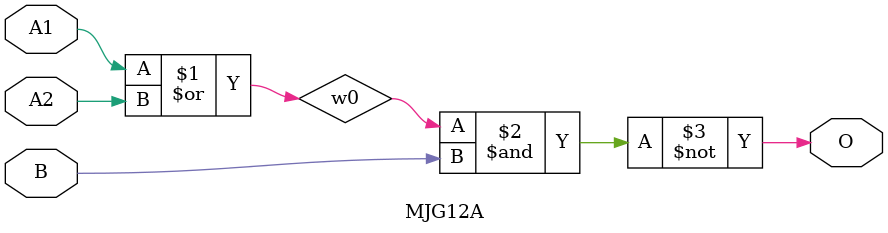
<source format=v>
module MJG12A(A1, A2, B, O);
input   A1;
input   A2;
input   B;
output  O;
or g0(w0, A1, A2);
nand g1(O, w0, B);
endmodule
</source>
